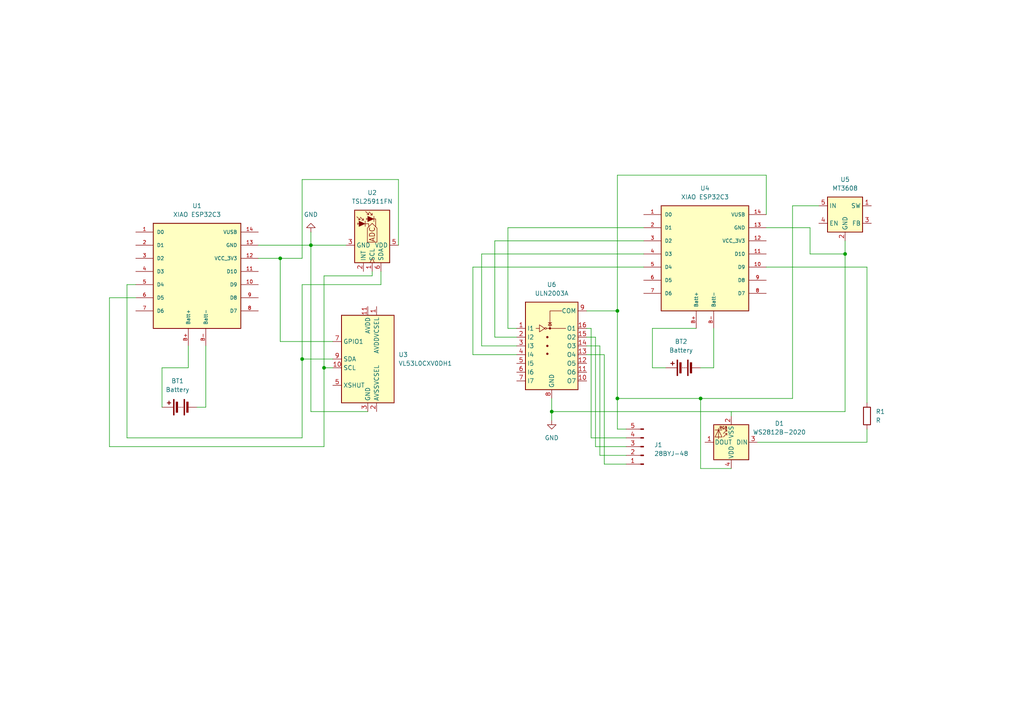
<source format=kicad_sch>
(kicad_sch (version 20250114) (generator "eeschema") (generator_version "9.0")
  (paper "A4")
  (lib_symbols
    (symbol "Connector:Conn_01x05_Pin" (pin_names (offset 1.016) (hide yes))
      (property "Reference" "J" (at 0 7.62 0))
      (property "Value" "Conn_01x05_Pin" (at 0 -7.62 0))
      (symbol "Conn_01x05_Pin_1_1"
        (rectangle (start 0.8636 5.207) (end 0 4.953) (stroke (width 0.1524)) (fill (type outline)))
        (rectangle (start 0.8636 2.667) (end 0 2.413) (stroke (width 0.1524)) (fill (type outline)))
        (rectangle (start 0.8636 0.127) (end 0 -0.127) (stroke (width 0.1524)) (fill (type outline)))
        (rectangle (start 0.8636 -2.413) (end 0 -2.667) (stroke (width 0.1524)) (fill (type outline)))
        (rectangle (start 0.8636 -4.953) (end 0 -5.207) (stroke (width 0.1524)) (fill (type outline)))
        (polyline (pts (xy 1.27 5.08) (xy 0.8636 5.08)) (stroke (width 0.1524)))
        (polyline (pts (xy 1.27 2.54) (xy 0.8636 2.54)) (stroke (width 0.1524)))
        (polyline (pts (xy 1.27 0) (xy 0.8636 0)) (stroke (width 0.1524)))
        (polyline (pts (xy 1.27 -2.54) (xy 0.8636 -2.54)) (stroke (width 0.1524)))
        (polyline (pts (xy 1.27 -5.08) (xy 0.8636 -5.08)) (stroke (width 0.1524)))
        (pin passive line (at 5.08 5.08 180) (length 3.81) (name "Pin_1") (number "1"))
        (pin passive line (at 5.08 2.54 180) (length 3.81) (name "Pin_2") (number "2"))
        (pin passive line (at 5.08 0 180) (length 3.81) (name "Pin_3") (number "3"))
        (pin passive line (at 5.08 -2.54 180) (length 3.81) (name "Pin_4") (number "4"))
        (pin passive line (at 5.08 -5.08 180) (length 3.81) (name "Pin_5") (number "5"))
      )
    )
    (symbol "Device:Battery" (pin_numbers (hide yes)) (pin_names (offset 0) (hide yes))
      (property "Reference" "BT" (at 2.54 2.54 0))
      (property "Value" "Battery" (at 2.54 0 0))
      (symbol "Battery_0_1"
        (rectangle (start -2.286 1.778) (end 2.286 1.524) (fill (type outline)))
        (rectangle (start -2.286 -1.27) (end 2.286 -1.524) (fill (type outline)))
        (rectangle (start -1.524 1.016) (end 1.524 0.508) (fill (type outline)))
        (rectangle (start -1.524 -2.032) (end 1.524 -2.54) (fill (type outline)))
        (polyline (pts (xy 0 1.778) (xy 0 2.54)))
        (polyline (pts (xy 0 0) (xy 0 0.254)))
        (polyline (pts (xy 0 -0.508) (xy 0 -0.254)))
        (polyline (pts (xy 0 -1.016) (xy 0 -0.762)))
        (polyline (pts (xy 0.762 3.048) (xy 1.778 3.048)) (stroke (width 0.254)))
        (polyline (pts (xy 1.27 3.556) (xy 1.27 2.54)) (stroke (width 0.254)))
      )
      (symbol "Battery_1_1"
        (pin passive line (at 0 5.08 270) (length 2.54) (name "+") (number "1"))
        (pin passive line (at 0 -5.08 90) (length 2.54) (name "-") (number "2"))
      )
    )
    (symbol "Device:R" (pin_numbers (hide yes)) (pin_names (offset 0))
      (property "Reference" "R" (at 2.032 0 90))
      (property "Value" "R" (at 0 0 90))
      (symbol "R_0_1"
        (rectangle (start -1.016 -2.54) (end 1.016 2.54) (stroke (width 0.254)))
      )
      (symbol "R_1_1"
        (pin passive line (at 0 3.81 270) (length 1.27) (name "~") (number "1"))
        (pin passive line (at 0 -3.81 90) (length 1.27) (name "~") (number "2"))
      )
    )
    (symbol "LED:WS2812B-2020" (pin_names (offset 0.254))
      (property "Reference" "D" (at 5.08 5.715 0))
      (property "Value" "WS2812B-2020" (at 1.27 -5.715 0))
      (symbol "WS2812B-2020_0_0"
        (text "RGB" (at 2.286 -4.191 0) (effects (font (size 0.762 0.762))))
      )
      (symbol "WS2812B-2020_0_1"
        (polyline (pts (xy 1.27 -2.54) (xy 1.778 -2.54)))
        (polyline (pts (xy 1.27 -3.556) (xy 1.778 -3.556)))
        (polyline (pts (xy 2.286 -1.524) (xy 1.27 -2.54) (xy 1.27 -2.032)))
        (polyline (pts (xy 2.286 -2.54) (xy 1.27 -3.556) (xy 1.27 -3.048)))
        (polyline (pts (xy 3.683 -1.016) (xy 3.683 -3.556) (xy 3.683 -4.064)))
        (polyline (pts (xy 4.699 -1.524) (xy 2.667 -1.524) (xy 3.683 -3.556) (xy 4.699 -1.524)))
        (polyline (pts (xy 4.699 -3.556) (xy 2.667 -3.556)))
        (rectangle (start 5.08 5.08) (end -5.08 -5.08) (stroke (width 0.254)) (fill (type background)))
      )
      (symbol "WS2812B-2020_1_1"
        (pin input line (at -7.62 0 0) (length 2.54) (name "DIN") (number "3"))
        (pin power_in line (at 0 7.62 270) (length 2.54) (name "VDD") (number "4"))
        (pin power_in line (at 0 -7.62 90) (length 2.54) (name "VSS") (number "2"))
        (pin output line (at 7.62 0 180) (length 2.54) (name "DOUT") (number "1"))
      )
    )
    (symbol "Regulator_Switching:MT3608"
      (property "Reference" "U" (at -2.54 8.89 0))
      (property "Value" "MT3608" (at -3.81 6.35 0))
      (symbol "MT3608_0_1"
        (rectangle (start -5.08 5.08) (end 5.08 -5.08) (stroke (width 0.254)) (fill (type background)))
      )
      (symbol "MT3608_1_1"
        (pin power_in line (at -7.62 2.54 0) (length 2.54) (name "IN") (number "5"))
        (pin input line (at -7.62 -2.54 0) (length 2.54) (name "EN") (number "4"))
        (pin power_in line (at 0 -7.62 90) (length 2.54) (name "GND") (number "2"))
        (pin no_connect line (at 5.08 0 180) (length 2.54) (hide yes) (name "NC") (number "6"))
        (pin passive line (at 7.62 2.54 180) (length 2.54) (name "SW") (number "1"))
        (pin input line (at 7.62 -2.54 180) (length 2.54) (name "FB") (number "3"))
      )
    )
    (symbol "Sensor_Distance:VL53L0CXV0DH1"
      (property "Reference" "U" (at -6.35 13.97 0))
      (property "Value" "VL53L0CXV0DH1" (at 12.065 13.97 0))
      (symbol "VL53L0CXV0DH1_0_1"
        (rectangle (start -7.62 12.7) (end 7.62 -12.7) (stroke (width 0.254)) (fill (type background)))
      )
      (symbol "VL53L0CXV0DH1_1_1"
        (pin open_collector line (at -10.16 5.08 0) (length 2.54) (name "GPIO1") (number "7"))
        (pin bidirectional line (at -10.16 0 0) (length 2.54) (name "SDA") (number "9"))
        (pin input line (at -10.16 -2.54 0) (length 2.54) (name "SCL") (number "10"))
        (pin input line (at -10.16 -7.62 0) (length 2.54) (name "XSHUT") (number "5"))
        (pin no_connect line (at -7.62 7.62 0) (length 2.54) (hide yes) (name "DNC") (number "8"))
        (pin power_in line (at 0 15.24 270) (length 2.54) (name "AVDD") (number "11"))
        (pin passive line (at 0 -15.24 90) (length 2.54) (hide yes) (name "GND") (number "12"))
        (pin power_in line (at 0 -15.24 90) (length 2.54) (name "GND") (number "3"))
        (pin passive line (at 0 -15.24 90) (length 2.54) (hide yes) (name "GND") (number "4"))
        (pin passive line (at 0 -15.24 90) (length 2.54) (hide yes) (name "GND") (number "6"))
        (pin power_in line (at 2.54 15.24 270) (length 2.54) (name "AVDDVCSEL") (number "1"))
        (pin power_in line (at 2.54 -15.24 90) (length 2.54) (name "AVSSVCSEL") (number "2"))
      )
    )
    (symbol "Sensor_Optical:TSL25911FN"
      (property "Reference" "U" (at -7.62 6.35 0))
      (property "Value" "TSL25911FN" (at 0 -6.35 0))
      (symbol "TSL25911FN_0_0"
        (text "ADC" (at -0.635 0 0) (effects (font (size 1.524 1.524))))
      )
      (symbol "TSL25911FN_0_1"
        (polyline (pts (xy -6.35 -1.016) (xy -7.239 -1.905)))
        (polyline (pts (xy -6.35 -1.016) (xy -6.858 -1.016)))
        (polyline (pts (xy -6.35 -1.016) (xy -6.35 -1.524)))
        (polyline (pts (xy -6.223 0) (xy -7.112 -0.889)))
        (polyline (pts (xy -6.223 0) (xy -6.731 0)))
        (polyline (pts (xy -6.223 0) (xy -6.223 -0.508)))
        (polyline (pts (xy -4.826 -3.556) (xy -5.715 -4.445)))
        (polyline (pts (xy -4.826 -3.556) (xy -5.334 -3.556)))
        (polyline (pts (xy -4.826 -3.556) (xy -4.826 -4.064)))
        (polyline (pts (xy -4.699 -2.54) (xy -5.588 -3.429)))
        (polyline (pts (xy -4.699 -2.54) (xy -5.207 -2.54)))
        (polyline (pts (xy -4.699 -2.54) (xy -4.699 -3.048)))
        (polyline (pts (xy -4.318 0.508) (xy -5.842 0.508)))
        (polyline (pts (xy -4.318 -1.27) (xy -5.842 -1.27) (xy -5.08 0.381) (xy -4.318 -1.27)) (fill (type outline)))
        (polyline (pts (xy -2.921 -2.032) (xy -4.445 -2.032)))
        (polyline (pts (xy -2.921 -3.81) (xy -4.445 -3.81) (xy -3.683 -2.159) (xy -2.921 -3.81)) (fill (type outline)))
      )
      (symbol "TSL25911FN_1_0"
        (polyline (pts (xy -3.81 0) (xy -2.413 1.397) (xy 1.651 1.397) (xy 1.651 0)))
        (polyline (pts (xy -3.81 0) (xy -2.413 -1.397) (xy 1.651 -1.397) (xy 1.651 0)))
      )
      (symbol "TSL25911FN_1_1"
        (rectangle (start -7.62 5.08) (end 7.62 -5.08) (stroke (width 0.254)) (fill (type background)))
        (polyline (pts (xy -5.08 -1.524) (xy -5.08 1.016) (xy -2.794 1.016)))
        (polyline (pts (xy -4.826 -1.651) (xy -5.334 -1.651)))
        (polyline (pts (xy -3.683 -4.064) (xy -3.683 -1.016) (xy -2.794 -1.016)))
        (polyline (pts (xy -3.429 -4.191) (xy -3.937 -4.191)))
        (pin no_connect line (at -7.62 2.54 0) (length 2.54) (hide yes) (name "NC") (number "4"))
        (pin power_in line (at 2.54 7.62 270) (length 2.54) (name "VDD") (number "5"))
        (pin power_in line (at 2.54 -7.62 90) (length 2.54) (name "GND") (number "3"))
        (pin bidirectional line (at 10.16 2.54 180) (length 2.54) (name "SDA") (number "6"))
        (pin input clock (at 10.16 0 180) (length 2.54) (name "SCL") (number "1"))
        (pin open_collector line (at 10.16 -2.54 180) (length 2.54) (name "INT") (number "2"))
      )
    )
    (symbol "Transistor_Array:ULN2003A"
      (property "Reference" "U" (at 0 15.875 0))
      (property "Value" "ULN2003A" (at 0 13.97 0))
      (symbol "ULN2003A_0_1"
        (rectangle (start -7.62 -12.7) (end 7.62 12.7) (stroke (width 0.254)) (fill (type background)))
        (polyline (pts (xy -4.572 5.08) (xy -3.556 5.08)))
        (polyline (pts (xy -3.556 6.096) (xy -3.556 4.064) (xy -2.032 5.08) (xy -3.556 6.096)))
        (circle (center -1.778 5.08) (radius 0.254))
        (polyline (pts (xy -1.524 5.08) (xy 4.064 5.08)))
        (circle (center -1.27 2.54) (radius 0.254) (fill (type outline)))
        (circle (center -1.27 0) (radius 0.254) (fill (type outline)))
        (circle (center -1.27 -2.286) (radius 0.254) (fill (type outline)))
        (circle (center -0.508 5.08) (radius 0.254) (fill (type outline)))
        (polyline (pts (xy -0.508 5.08) (xy -0.508 10.16) (xy 2.921 10.16)))
        (polyline (pts (xy 0 6.731) (xy -1.016 6.731)))
        (polyline (pts (xy 0 5.969) (xy -1.016 5.969) (xy -0.508 6.731) (xy 0 5.969)))
      )
      (symbol "ULN2003A_1_1"
        (pin input line (at -10.16 5.08 0) (length 2.54) (name "I1") (number "1"))
        (pin input line (at -10.16 2.54 0) (length 2.54) (name "I2") (number "2"))
        (pin input line (at -10.16 0 0) (length 2.54) (name "I3") (number "3"))
        (pin input line (at -10.16 -2.54 0) (length 2.54) (name "I4") (number "4"))
        (pin input line (at -10.16 -5.08 0) (length 2.54) (name "I5") (number "5"))
        (pin input line (at -10.16 -7.62 0) (length 2.54) (name "I6") (number "6"))
        (pin input line (at -10.16 -10.16 0) (length 2.54) (name "I7") (number "7"))
        (pin power_in line (at 0 -15.24 90) (length 2.54) (name "GND") (number "8"))
        (pin passive line (at 10.16 10.16 180) (length 2.54) (name "COM") (number "9"))
        (pin open_collector line (at 10.16 5.08 180) (length 2.54) (name "O1") (number "16"))
        (pin open_collector line (at 10.16 2.54 180) (length 2.54) (name "O2") (number "15"))
        (pin open_collector line (at 10.16 0 180) (length 2.54) (name "O3") (number "14"))
        (pin open_collector line (at 10.16 -2.54 180) (length 2.54) (name "O4") (number "13"))
        (pin open_collector line (at 10.16 -5.08 180) (length 2.54) (name "O5") (number "12"))
        (pin open_collector line (at 10.16 -7.62 180) (length 2.54) (name "O6") (number "11"))
        (pin open_collector line (at 10.16 -10.16 180) (length 2.54) (name "O7") (number "10"))
      )
    )
    (symbol "power:GND" (power) (pin_numbers (hide yes)) (pin_names (offset 0) (hide yes))
      (property "Value" "GND" (at 0 -3.81 0))
      (symbol "GND_0_1"
        (polyline (pts (xy 0 0) (xy 0 -1.27) (xy 1.27 -1.27) (xy 0 -2.54) (xy -1.27 -1.27) (xy 0 -1.27)))
      )
      (symbol "GND_1_1"
        (pin power_in line (at 0 0 270) (length 0) (name "~") (number "1"))
      )
    )
    (symbol "xiao_esp32c3:XIAO ESP32C3" (pin_names (offset 1.016))
      (property "Reference" "U" (at -12.7 16.002 0))
      (property "Value" "XIAO ESP32C3" (at 7.62 -19.05 0))
      (symbol "XIAO ESP32C3_0_0"
        (rectangle (start -12.7 15.24) (end 12.7 -15.24) (stroke (width 0.254)) (fill (type background)))
        (pin bidirectional line (at -17.78 12.7 0) (length 5.08) (name "D0") (number "1"))
        (pin bidirectional line (at -17.78 8.89 0) (length 5.08) (name "D1") (number "2"))
        (pin bidirectional line (at -17.78 5.08 0) (length 5.08) (name "D2") (number "3"))
        (pin bidirectional line (at -17.78 1.27 0) (length 5.08) (name "D3") (number "4"))
        (pin bidirectional line (at -17.78 -2.54 0) (length 5.08) (name "D4") (number "5"))
        (pin bidirectional line (at -17.78 -6.35 0) (length 5.08) (name "D5") (number "6"))
        (pin power_in line (at 17.78 12.7 180) (length 5.08) (name "VUSB") (number "14"))
        (pin power_in line (at 17.78 8.89 180) (length 5.08) (name "GND") (number "13"))
        (pin power_in line (at 17.78 5.08 180) (length 5.08) (name "VCC_3V3") (number "12"))
        (pin bidirectional line (at 17.78 1.27 180) (length 5.08) (name "D10") (number "11"))
        (pin bidirectional line (at 17.78 -2.54 180) (length 5.08) (name "D9") (number "10"))
        (pin bidirectional line (at 17.78 -6.35 180) (length 5.08) (name "D8") (number "9"))
      )
      (symbol "XIAO ESP32C3_1_0"
        (pin bidirectional line (at -17.78 -10.16 0) (length 5.08) (name "D6") (number "7"))
        (pin power_in line (at -2.54 -20.32 90) (length 5.08) (name "Batt+") (number "B+"))
        (pin power_in line (at 2.54 -20.32 90) (length 5.08) (name "Batt-") (number "B-"))
        (pin bidirectional line (at 17.78 -10.16 180) (length 5.08) (name "D7") (number "8"))
      )
    )
  )
  (junction (at 81.28 74.93))
  (junction (at 87.63 104.14))
  (junction (at 90.17 71.12))
  (junction (at 160.02 119.38))
  (junction (at 179.07 90.17))
  (junction (at 203.2 115.57))
  (junction (at 93.98 106.68))
  (junction (at 245.11 73.66))
  (junction (at 179.07 115.57))
  (wire (pts (xy 222.25 66.04) (xy 234.95 66.04)))
  (wire (pts (xy 175.26 102.87) (xy 175.26 134.62)))
  (wire (pts (xy 74.93 74.93) (xy 81.28 74.93)))
  (wire (pts (xy 212.09 135.89) (xy 203.2 135.89)))
  (wire (pts (xy 245.11 69.85) (xy 245.11 73.66)))
  (wire (pts (xy 147.32 95.25) (xy 149.86 95.25)))
  (wire (pts (xy 81.28 74.93) (xy 87.63 74.93)))
  (wire (pts (xy 170.18 97.79) (xy 172.72 97.79)))
  (wire (pts (xy 90.17 67.31) (xy 90.17 71.12)))
  (wire (pts (xy 237.49 59.69) (xy 229.87 59.69)))
  (wire (pts (xy 234.95 66.04) (xy 234.95 73.66)))
  (wire (pts (xy 179.07 90.17) (xy 179.07 50.8)))
  (wire (pts (xy 110.49 78.74) (xy 110.49 82.55)))
  (wire (pts (xy 170.18 90.17) (xy 179.07 90.17)))
  (wire (pts (xy 59.69 118.11) (xy 57.15 118.11)))
  (wire (pts (xy 203.2 115.57) (xy 229.87 115.57)))
  (wire (pts (xy 115.57 71.12) (xy 115.57 52.07)))
  (wire (pts (xy 251.46 77.47) (xy 251.46 116.84)))
  (wire (pts (xy 36.83 82.55) (xy 39.37 82.55)))
  (wire (pts (xy 106.68 119.38) (xy 90.17 119.38)))
  (wire (pts (xy 46.99 118.11) (xy 46.99 106.68)))
  (wire (pts (xy 201.93 95.25) (xy 189.23 95.25)))
  (wire (pts (xy 139.7 73.66) (xy 139.7 100.33)))
  (wire (pts (xy 143.51 97.79) (xy 149.86 97.79)))
  (wire (pts (xy 251.46 124.46) (xy 251.46 128.27)))
  (wire (pts (xy 203.2 106.68) (xy 207.01 106.68)))
  (wire (pts (xy 222.25 50.8) (xy 222.25 62.23)))
  (wire (pts (xy 160.02 119.38) (xy 245.11 119.38)))
  (wire (pts (xy 186.69 69.85) (xy 143.51 69.85)))
  (wire (pts (xy 160.02 115.57) (xy 160.02 119.38)))
  (wire (pts (xy 93.98 80.01) (xy 107.95 80.01)))
  (wire (pts (xy 203.2 135.89) (xy 203.2 115.57)))
  (wire (pts (xy 90.17 71.12) (xy 100.33 71.12)))
  (wire (pts (xy 137.16 102.87) (xy 149.86 102.87)))
  (wire (pts (xy 81.28 99.06) (xy 81.28 74.93)))
  (wire (pts (xy 59.69 100.33) (xy 59.69 118.11)))
  (wire (pts (xy 212.09 120.65) (xy 212.09 119.38)))
  (wire (pts (xy 90.17 119.38) (xy 90.17 71.12)))
  (wire (pts (xy 189.23 106.68) (xy 193.04 106.68)))
  (wire (pts (xy 170.18 100.33) (xy 173.99 100.33)))
  (wire (pts (xy 179.07 115.57) (xy 203.2 115.57)))
  (wire (pts (xy 87.63 104.14) (xy 87.63 127)))
  (wire (pts (xy 234.95 73.66) (xy 245.11 73.66)))
  (wire (pts (xy 31.75 86.36) (xy 31.75 129.54)))
  (wire (pts (xy 39.37 86.36) (xy 31.75 86.36)))
  (wire (pts (xy 207.01 95.25) (xy 207.01 106.68)))
  (wire (pts (xy 171.45 127) (xy 181.61 127)))
  (wire (pts (xy 172.72 129.54) (xy 181.61 129.54)))
  (wire (pts (xy 110.49 82.55) (xy 87.63 82.55)))
  (wire (pts (xy 31.75 129.54) (xy 93.98 129.54)))
  (wire (pts (xy 137.16 77.47) (xy 137.16 102.87)))
  (wire (pts (xy 186.69 77.47) (xy 137.16 77.47)))
  (wire (pts (xy 173.99 132.08) (xy 181.61 132.08)))
  (wire (pts (xy 179.07 50.8) (xy 222.25 50.8)))
  (wire (pts (xy 219.71 128.27) (xy 251.46 128.27)))
  (wire (pts (xy 170.18 95.25) (xy 171.45 95.25)))
  (wire (pts (xy 96.52 99.06) (xy 81.28 99.06)))
  (wire (pts (xy 87.63 52.07) (xy 87.63 74.93)))
  (wire (pts (xy 172.72 97.79) (xy 172.72 129.54)))
  (wire (pts (xy 171.45 95.25) (xy 171.45 127)))
  (wire (pts (xy 147.32 66.04) (xy 147.32 95.25)))
  (wire (pts (xy 93.98 106.68) (xy 96.52 106.68)))
  (wire (pts (xy 93.98 106.68) (xy 93.98 80.01)))
  (wire (pts (xy 87.63 82.55) (xy 87.63 104.14)))
  (wire (pts (xy 170.18 102.87) (xy 175.26 102.87)))
  (wire (pts (xy 36.83 127) (xy 36.83 82.55)))
  (wire (pts (xy 186.69 66.04) (xy 147.32 66.04)))
  (wire (pts (xy 93.98 129.54) (xy 93.98 106.68)))
  (wire (pts (xy 186.69 73.66) (xy 139.7 73.66)))
  (wire (pts (xy 139.7 100.33) (xy 149.86 100.33)))
  (wire (pts (xy 173.99 100.33) (xy 173.99 132.08)))
  (wire (pts (xy 189.23 95.25) (xy 189.23 106.68)))
  (wire (pts (xy 175.26 134.62) (xy 181.61 134.62)))
  (wire (pts (xy 143.51 69.85) (xy 143.51 97.79)))
  (wire (pts (xy 115.57 52.07) (xy 87.63 52.07)))
  (wire (pts (xy 229.87 59.69) (xy 229.87 115.57)))
  (wire (pts (xy 245.11 73.66) (xy 245.11 119.38)))
  (wire (pts (xy 179.07 124.46) (xy 179.07 115.57)))
  (wire (pts (xy 160.02 121.92) (xy 160.02 119.38)))
  (wire (pts (xy 74.93 71.12) (xy 90.17 71.12)))
  (wire (pts (xy 107.95 78.74) (xy 107.95 80.01)))
  (wire (pts (xy 46.99 106.68) (xy 54.61 106.68)))
  (wire (pts (xy 87.63 104.14) (xy 96.52 104.14)))
  (wire (pts (xy 87.63 127) (xy 36.83 127)))
  (wire (pts (xy 222.25 77.47) (xy 251.46 77.47)))
  (wire (pts (xy 181.61 124.46) (xy 179.07 124.46)))
  (wire (pts (xy 179.07 115.57) (xy 179.07 90.17)))
  (wire (pts (xy 54.61 100.33) (xy 54.61 106.68)))
  (symbol (lib_id "Device:Battery") (at 52.07 118.11 90) (unit 1)
    (property "Reference" "BT1" (at 51.4985 110.49 90))
    (property "Value" "Battery" (at 51.4985 113.03 90))
    (property "Description" "Multiple-cell battery" (effects (hide yes)))
  )
  (symbol (lib_id "xiao_esp32c3:XIAO ESP32C3") (at 57.15 80.01 0) (unit 1)
    (property "Reference" "U1" (at 57.15 59.69 0))
    (property "Value" "XIAO ESP32C3" (at 57.15 62.23 0))
    (property "Footprint" "XIAO_ESP32C3:xiao_esp32c3" (effects (hide yes)))
    (property "Datasheet" "https://files.seeedstudio.com/wiki/Seeed-Studio-XIAO-ESP32/esp32-c3_datasheet.pdf" (effects (hide yes)))
    (property "Description" "ESP32C3 Transceiver Evaluation Board" (effects (hide yes)))
    (property "MANUFACTURER" "Seeed Technology" (effects (hide yes)))
  )
  (symbol (lib_id "power:GND") (at 90.17 67.31 180) (unit 1)
    (property "Reference" "#PWR01" (effects (hide yes)))
    (property "Value" "GND" (at 90.17 62.23 0))
    (property "Description" "Power symbol creates a global label with name \"GND\" , ground" (effects (hide yes)))
  )
  (symbol (lib_id "Sensor_Optical:TSL25911FN") (at 107.95 68.58 270) (unit 1)
    (property "Reference" "U2" (at 107.95 55.88 90))
    (property "Value" "TSL25911FN" (at 107.95 58.42 90))
    (property "Footprint" "OptoDevice:AMS_TSL25911FN" (effects (hide yes)))
    (property "Datasheet" "https://ams.com/documents/20143/9331680/TSL2591_DS000338_7-00.pdf" (effects (hide yes)))
    (property "Description" "Light to digital converter, 2.7 to 3.6V Vdd, DFN-6" (effects (hide yes)))
  )
  (symbol (lib_id "Regulator_Switching:MT3608") (at 245.11 62.23 0) (unit 1)
    (property "Reference" "U5" (at 245.11 52.07 0))
    (property "Value" "MT3608" (at 245.11 54.61 0))
    (property "Footprint" "Package_TO_SOT_SMD:SOT-23-6" (effects (hide yes)))
    (property "Datasheet" "https://www.olimex.com/Products/Breadboarding/BB-PWR-3608/resources/MT3608.pdf" (effects (hide yes)))
    (property "Description" "High Efficiency 1.2MHz 2A Step Up Converter, 2-24V Vin, 28V Vout, 4A current limit, 1.2MHz, SOT23-6" (effects (hide yes)))
  )
  (symbol (lib_id "Transistor_Array:ULN2003A") (at 160.02 100.33 0) (unit 1)
    (property "Reference" "U6" (at 160.02 82.55 0))
    (property "Value" "ULN2003A" (at 160.02 85.09 0))
    (property "Datasheet" "http://www.ti.com/lit/ds/symlink/uln2003a.pdf" (effects (hide yes)))
    (property "Description" "High Voltage, High Current Darlington Transistor Arrays, SOIC16/SOIC16W/DIP16/TSSOP16" (effects (hide yes)))
  )
  (symbol (lib_id "Connector:Conn_01x05_Pin") (at 186.69 129.54 180) (unit 1)
    (property "Reference" "J1" (at 189.738 129.032 0) (effects (justify right)))
    (property "Value" "28BYJ-48" (at 189.738 131.572 0) (effects (justify right)))
    (property "Description" "Generic connector, single row, 01x05, script generated" (effects (hide yes)))
  )
  (symbol (lib_id "xiao_esp32c3:XIAO ESP32C3") (at 204.47 74.93 0) (unit 1)
    (property "Reference" "U4" (at 204.47 54.61 0))
    (property "Value" "XIAO ESP32C3" (at 204.47 57.15 0))
    (property "Footprint" "XIAO_ESP32C3:xiao_esp32c3" (effects (hide yes)))
    (property "Datasheet" "https://files.seeedstudio.com/wiki/Seeed-Studio-XIAO-ESP32/esp32-c3_datasheet.pdf" (effects (hide yes)))
    (property "Description" "ESP32C3 Transceiver Evaluation Board" (effects (hide yes)))
    (property "MANUFACTURER" "Seeed Technology" (effects (hide yes)))
  )
  (symbol (lib_id "LED:WS2812B-2020") (at 212.09 128.27 180) (unit 1)
    (property "Reference" "D1" (at 226.06 122.8246 0))
    (property "Value" "WS2812B-2020" (at 226.06 125.3646 0))
    (property "Footprint" "LED_SMD:LED_WS2812B-2020_PLCC4_2.0x2.0mm" (effects (hide yes)))
    (property "Datasheet" "https://cdn-shop.adafruit.com/product-files/4684/4684_WS2812B-2020_V1.3_EN.pdf" (effects (hide yes)))
    (property "Description" "RGB LED with integrated controller, 2.0 x 2.0 mm, 12 mA" (effects (hide yes)))
  )
  (symbol (lib_id "Device:R") (at 251.46 120.65 0) (unit 1)
    (property "Reference" "R1" (at 254 119.3799 0) (effects (justify left)))
    (property "Value" "R" (at 254 121.9199 0) (effects (justify left)))
    (property "Description" "Resistor" (effects (hide yes)))
  )
  (symbol (lib_id "Device:Battery") (at 198.12 106.68 90) (unit 1)
    (property "Reference" "BT2" (at 197.5485 99.06 90))
    (property "Value" "Battery" (at 197.5485 101.6 90))
    (property "Description" "Multiple-cell battery" (effects (hide yes)))
  )
  (symbol (lib_id "power:GND") (at 160.02 121.92 0) (unit 1)
    (property "Reference" "#PWR03" (effects (hide yes)))
    (property "Value" "GND" (at 160.02 127 0))
    (property "Description" "Power symbol creates a global label with name \"GND\" , ground" (effects (hide yes)))
  )
  (symbol (lib_id "Sensor_Distance:VL53L0CXV0DH1") (at 106.68 104.14 0) (unit 1)
    (property "Reference" "U3" (at 115.57 102.8699 0) (effects (justify left)))
    (property "Value" "VL53L0CXV0DH1" (at 115.57 105.4099 0) (effects (justify left)))
    (property "Footprint" "Sensor_Distance:ST_VL53L1x" (effects (hide yes)))
    (property "Datasheet" "https://www.st.com/resource/en/datasheet/vl53l0x.pdf" (effects (hide yes)))
    (property "Description" "2m distance ranging ToF sensor, Optical LGA12" (effects (hide yes)))
  )
)
</source>
